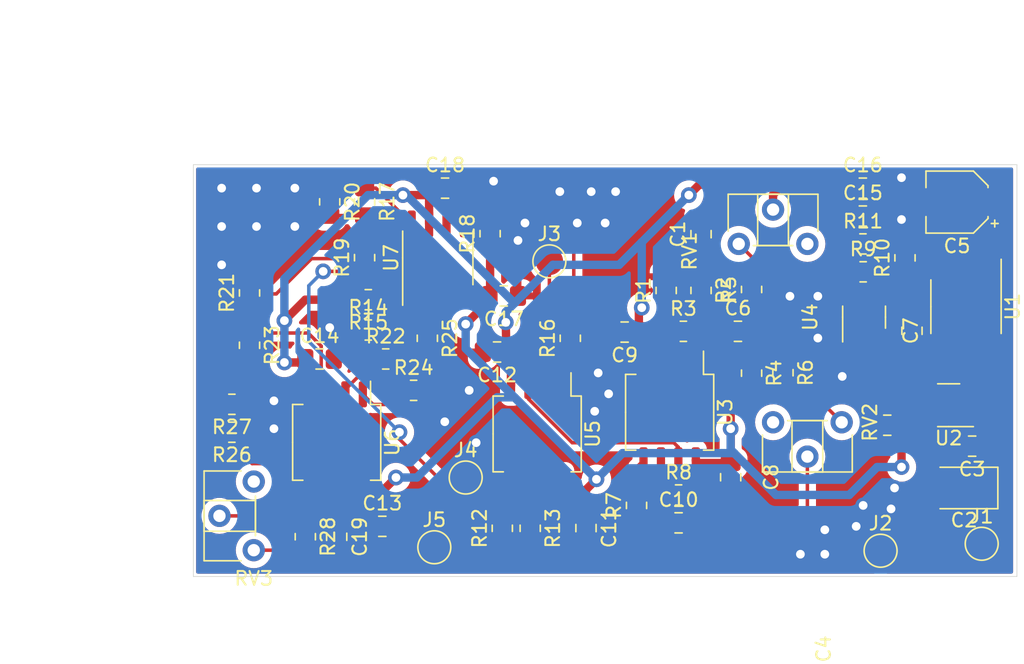
<source format=kicad_pcb>
(kicad_pcb (version 20221018) (generator pcbnew)
  (layers (0 "F.Cu" signal) (31 "B.Cu" signal) (34 "B.Paste" user) (35 "F.Paste" user) (36 "B.SilkS" user "B.Silkscreen") (37 "F.SilkS" user "F.Silkscreen") (38 "B.Mask" user) (39 "F.Mask" user) (44 "Edge.Cuts" user))
  (net 0 "")
  (net 1 "Net-(U3A--)")
  (net 2 "GND")
  (net 3 "+BATT")
  (net 4 "+3.3V")
  (net 5 "Net-(U1-CAP+)")
  (net 6 "Net-(U1-CAP-)")
  (net 7 "Net-(C6-Pad1)")
  (net 8 "Net-(C6-Pad2)")
  (net 9 "Net-(U1-VOUT)")
  (net 10 "-3V3")
  (net 11 "Net-(U3B--)")
  (net 12 "Net-(U5A-+)")
  (net 13 "Net-(U6B--)")
  (net 14 "Net-(J5-Pin_1)")
  (net 15 "Net-(J3-Pin_1)")
  (net 16 "Net-(J4-Pin_1)")
  (net 17 "Net-(U3A-+)")
  (net 18 "Net-(R5-Pad2)")
  (net 19 "Net-(R6-Pad2)")
  (net 20 "Net-(U3B-+)")
  (net 21 "Net-(U4-FB)")
  (net 22 "Net-(U5B--)")
  (net 23 "Net-(R13-Pad2)")
  (net 24 "Net-(U7B-GND)")
  (net 25 "Net-(R16-Pad1)")
  (net 26 "Net-(R16-Pad2)")
  (net 27 "Net-(R17-Pad1)")
  (net 28 "Net-(R17-Pad2)")
  (net 29 "Net-(U7B-VL)")
  (net 30 "Net-(U6A-+)")
  (net 31 "Net-(U6A--)")
  (net 32 "Net-(R24-Pad2)")
  (net 33 "Net-(U6B-+)")
  (net 34 "Net-(R28-Pad2)")
  (footprint "Package_SO:SO-8_5.3x6.2mm_P1.27mm" (layer "F.Cu") (at 138.049 94.615 -90)
    (fp_text reference "U5")
    (fp_text value "TS922")
  )
  (footprint "Capacitor_SMD:C_0805_2012Metric_Pad1.18x1.45mm_HandSolder" (layer "F.Cu") (at 169.738 95.504 180)
    (fp_text reference "C3")
    (fp_text value "47n")
  )
  (footprint "Resistor_SMD:R_0805_2012Metric_Pad1.20x1.40mm_HandSolder" (layer "F.Cu") (at 137.541 101.489 -90)
    (fp_text reference "R13")
    (fp_text value "10k")
  )
  (footprint "Package_TO_SOT_SMD:SOT-23-5" (layer "F.Cu") (at 168.0265 92.522 180)
    (fp_text reference "U2")
    (fp_text value "SPX3819M5-L-3-3")
  )
  (footprint "Capacitor_Tantalum_SMD:CP_EIA-3528-21_Kemet-B" (layer "F.Cu") (at 169.1505 98.552 180)
    (fp_text reference "C2")
    (fp_text value "10u")
  )
  (footprint "TestPoint:TestPoint_Pad_D2.0mm" (layer "F.Cu") (at 163.068 103.124)
    (fp_text reference "J2")
    (fp_text value "gnd")
  )
  (footprint "TestPoint:TestPoint_Pad_D2.0mm" (layer "F.Cu") (at 138.938 82.042)
    (fp_text reference "J3")
    (fp_text value "in_x")
  )
  (footprint "Capacitor_SMD:C_0805_2012Metric_Pad1.18x1.45mm_HandSolder" (layer "F.Cu") (at 144.4205 87.194 180)
    (fp_text reference "C9")
    (fp_text value "100n")
  )
  (footprint "Capacitor_SMD:C_0805_2012Metric_Pad1.18x1.45mm_HandSolder" (layer "F.Cu") (at 152.146 97.7685 -90)
    (fp_text reference "C8")
    (fp_text value "100n")
  )
  (footprint "Package_TO_SOT_SMD:SOT-23-5" (layer "F.Cu") (at 161.864 86.106 90)
    (fp_text reference "U4")
    (fp_text value "TPS72301DBVR")
  )
  (footprint "Capacitor_SMD:C_0805_2012Metric_Pad1.18x1.45mm_HandSolder" (layer "F.Cu") (at 161.7765 78.74)
    (fp_text reference "C15")
    (fp_text value "2.2u")
  )
  (footprint "Potentiometer_THT:Potentiometer_ACP_CA6-H2,5_Horizontal" (layer "F.Cu") (at 152.734 80.772 90)
    (fp_text reference "RV1")
    (fp_text value "25k_pot")
  )
  (footprint "Resistor_SMD:R_0805_2012Metric_Pad1.20x1.40mm_HandSolder" (layer "F.Cu") (at 140.462 87.646 90)
    (fp_text reference "R16")
    (fp_text value "470")
  )
  (footprint "Capacitor_SMD:C_0805_2012Metric_Pad1.18x1.45mm_HandSolder" (layer "F.Cu") (at 135.6145 84.5605 180)
    (fp_text reference "C17")
    (fp_text value "100n")
  )
  (footprint "Capacitor_SMD:C_0805_2012Metric_Pad1.18x1.45mm_HandSolder" (layer "F.Cu") (at 149.987 80.0605 90)
    (fp_text reference "C1")
    (fp_text value "10n")
  )
  (footprint "Capacitor_SMD:C_0805_2012Metric_Pad1.18x1.45mm_HandSolder" (layer "F.Cu") (at 131.3395 76.708)
    (fp_text reference "C18")
    (fp_text value "100n")
  )
  (footprint "Resistor_SMD:R_0805_2012Metric_Pad1.20x1.40mm_HandSolder" (layer "F.Cu") (at 127.016 89.154)
    (fp_text reference "R22")
    (fp_text value "4.7k")
  )
  (footprint "Package_SO:SOIC-8_3.9x4.9mm_P1.27mm" (layer "F.Cu") (at 169.291 85.344 -90)
    (fp_text reference "U1")
    (fp_text value "LMC7660")
  )
  (footprint "Resistor_SMD:R_0805_2012Metric_Pad1.20x1.40mm_HandSolder" (layer "F.Cu") (at 129.048 91.44)
    (fp_text reference "R24")
    (fp_text value "4.7k")
  )
  (footprint "Resistor_SMD:R_0805_2012Metric_Pad1.20x1.40mm_HandSolder" (layer "F.Cu") (at 153.67 84.09 90)
    (fp_text reference "R5")
    (fp_text value "56k")
  )
  (footprint "TestPoint:TestPoint_Pad_D2.0mm" (layer "F.Cu") (at 130.556 102.87)
    (fp_text reference "J5")
    (fp_text value "out")
  )
  (footprint "Capacitor_SMD:C_0805_2012Metric_Pad1.18x1.45mm_HandSolder" (layer "F.Cu") (at 122.1955 89.154)
    (fp_text reference "C14")
    (fp_text value "100n")
  )
  (footprint "Resistor_SMD:R_0805_2012Metric_Pad1.20x1.40mm_HandSolder" (layer "F.Cu") (at 134.62 80.026 90)
    (fp_text reference "R18")
    (fp_text value "0")
  )
  (footprint "Capacitor_SMD:C_0805_2012Metric_Pad1.18x1.45mm_HandSolder" (layer "F.Cu") (at 161.7765 76.708)
    (fp_text reference "C16")
    (fp_text value "10u")
  )
  (footprint "Package_SO:SO-8_5.3x6.2mm_P1.27mm" (layer "F.Cu") (at 123.444 95.2285 -90)
    (fp_text reference "U6")
    (fp_text value "TS922")
  )
  (footprint "Potentiometer_THT:Potentiometer_ACP_CA6-H2,5_Horizontal" (layer "F.Cu") (at 117.403 103.084 180)
    (fp_text reference "RV3")
    (fp_text value "2.5k_pot")
  )
  (footprint "Resistor_SMD:R_0805_2012Metric_Pad1.20x1.40mm_HandSolder" (layer "F.Cu") (at 145.288 99.822 90)
    (fp_text reference "R7")
    (fp_text value "10k")
  )
  (footprint "Resistor_SMD:R_0805_2012Metric_Pad1.20x1.40mm_HandSolder" (layer "F.Cu") (at 153.67 90.186 -90)
    (fp_text reference "R4")
    (fp_text value "68k")
  )
  (footprint "Capacitor_SMD:C_0805_2012Metric_Pad1.18x1.45mm_HandSolder" (layer "F.Cu") (at 135.128 88.646 180)
    (fp_text reference "C12")
    (fp_text value "100n")
  )
  (footprint "Package_SO:SO-8_5.3x6.2mm_P1.27mm" (layer "F.Cu") (at 147.701 93.036 -90)
    (fp_text reference "U3")
    (fp_text value "TS922")
  )
  (footprint "Resistor_SMD:R_0805_2012Metric_Pad1.20x1.40mm_HandSolder" (layer "F.Cu") (at 164.846 81.788 90)
    (fp_text reference "R10")
    (fp_text value "33k")
  )
  (footprint "Capacitor_SMD:C_0805_2012Metric_Pad1.18x1.45mm_HandSolder" (layer "F.Cu") (at 141.605 101.473 -90)
    (fp_text reference "C11")
    (fp_text value "100n")
  )
  (footprint "Resistor_SMD:R_0805_2012Metric_Pad1.20x1.40mm_HandSolder" (layer "F.Cu") (at 125.746 87.043)
    (fp_text reference "R14")
    (fp_text value "0")
  )
  (footprint "Resistor_SMD:R_0805_2012Metric_Pad1.20x1.40mm_HandSolder" (layer "F.Cu") (at 115.808 92.456 180)
    (fp_text reference "R27")
    (fp_text value "4.7k")
  )
  (footprint "Resistor_SMD:R_0805_2012Metric_Pad1.20x1.40mm_HandSolder" (layer "F.Cu") (at 125.476 77.708 -90)
    (fp_text reference "R17")
    (fp_text value "4.7k")
  )
  (footprint "Resistor_SMD:R_0805_2012Metric_Pad1.20x1.40mm_HandSolder" (layer "F.Cu") (at 147.447 84.162 90)
    (fp_text reference "R1")
    (fp_text value "100k")
  )
  (footprint "Resistor_SMD:R_0805_2012Metric_Pad1.20x1.40mm_HandSolder" (layer "F.Cu") (at 130.048 87.646 -90)
    (fp_text reference "R25")
    (fp_text value "4.7k")
  )
  (footprint "Resistor_SMD:R_0805_2012Metric_Pad1.20x1.40mm_HandSolder" (layer "F.Cu") (at 115.808 94.488 180)
    (fp_text reference "R26")
    (fp_text value "4.7k")
  )
  (footprint "Capacitor_SMD:C_0805_2012Metric_Pad1.18x1.45mm_HandSolder" (layer "F.Cu") (at 126.7675 101.346)
    (fp_text reference "C13")
    (fp_text value "100n")
  )
  (footprint "Resistor_SMD:R_0805_2012Metric_Pad1.20x1.40mm_HandSolder" (layer "F.Cu") (at 161.782 80.772)
    (fp_text reference "R11")
    (fp_text value "120k")
  )
  (footprint "Resistor_SMD:R_0805_2012Metric_Pad1.20x1.40mm_HandSolder" (layer "F.Cu") (at 155.956 90.154 -90)
    (fp_text reference "R6")
    (fp_text value "2.2k")
  )
  (footprint "Capacitor_SMD:CP_Elec_4x5.4" (layer "F.Cu") (at 168.634 77.724 180)
    (fp_text reference "C5")
    (fp_text value "10u")
  )
  (footprint "Capacitor_SMD:C_0805_2012Metric_Pad1.18x1.45mm_HandSolder" (layer "F.Cu") (at 163.5545 93.98 180)
    (fp_text reference "C4")
    (fp_text value "10u")
  )
  (footprint "Resistor_SMD:R_0805_2012Metric_Pad1.20x1.40mm_HandSolder" (layer "F.Cu") (at 122.936 77.708 -90)
    (fp_text reference "R20")
    (fp_text value "4.7k")
  )
  (footprint "Resistor_SMD:R_0805_2012Metric_Pad1.20x1.40mm_HandSolder" (layer "F.Cu") (at 117.094 88.154 -90)
    (fp_text reference "R23")
    (fp_text value "4.7k")
  )
  (footprint "Capacitor_SMD:C_0805_2012Metric_Pad1.18x1.45mm_HandSolder" (layer "F.Cu") (at 152.6755 87.138)
    (fp_text reference "C6")
    (fp_text value "100n")
  )
  (footprint "TestPoint:TestPoint_Pad_D2.0mm" (layer "F.Cu") (at 170.434 102.616)
    (fp_text reference "J1")
    (fp_text value "batt+")
  )
  (footprint "Capacitor_SMD:C_0805_2012Metric_Pad1.18x1.45mm_HandSolder" (layer "F.Cu") (at 123.444 102.108 -90)
    (fp_text reference "C19")
    (fp_text value "470n")
  )
  (footprint "Resistor_SMD:R_0805_2012Metric_Pad1.20x1.40mm_HandSolder" (layer "F.Cu") (at 148.352 99.06)
    (fp_text reference "R8")
    (fp_text value "10k")
  )
  (footprint "Resistor_SMD:R_0805_2012Metric_Pad1.20x1.40mm_HandSolder" (layer "F.Cu") (at 121.158 102.1025 -90)
    (fp_text reference "R28")
    (fp_text value "4.7k")
  )
  (footprint "Resistor_SMD:R_0805_2012Metric_Pad1.20x1.40mm_HandSolder" (layer "F.Cu") (at 125.476 81.772 90)
    (fp_text reference "R19")
    (fp_text value "0")
  )
  (footprint "Package_SO:SOIC-8_3.9x4.9mm_P1.27mm" (layer "F.Cu") (at 130.81 81.788 90)
    (fp_text reference "U7")
    (fp_text value "DG419")
  )
  (footprint "Capacitor_SMD:C_0805_2012Metric_Pad1.18x1.45mm_HandSolder" (layer "F.Cu") (at 165.354 87.1005 90)
    (fp_text reference "C7")
    (fp_text value "2.2u")
  )
  (footprint "Potentiometer_THT:Potentiometer_ACP_CA6-H2,5_Horizontal" (layer "F.Cu") (at 160.234 93.766 -90)
    (fp_text reference "RV2")
    (fp_text value "10k_pot")
  )
  (footprint "Resistor_SMD:R_0805_2012Metric_Pad1.20x1.40mm_HandSolder" (layer "F.Cu") (at 161.798 82.804)
    (fp_text reference "R9")
    (fp_text value "120k")
  )
  (footprint "Resistor_SMD:R_0805_2012Metric_Pad1.20x1.40mm_HandSolder" (layer "F.Cu") (at 148.701 87.138)
    (fp_text reference "R3")
    (fp_text value "100k")
  )
  (footprint "Capacitor_SMD:C_0805_2012Metric_Pad1.18x1.45mm_HandSolder" (layer "F.Cu") (at 148.352 101.092)
    (fp_text reference "C10")
    (fp_text value "10n")
  )
  (footprint "TestPoint:TestPoint_Pad_D2.0mm" (layer "F.Cu") (at 132.842 97.79)
    (fp_text reference "J4")
    (fp_text value "in_y")
  )
  (footprint "Resistor_SMD:R_0805_2012Metric_Pad1.20x1.40mm_HandSolder" (layer "F.Cu") (at 135.509 101.489 90)
    (fp_text reference "R12")
    (fp_text value "10k")
  )
  (footprint "Resistor_SMD:R_0805_2012Metric_Pad1.20x1.40mm_HandSolder" (layer "F.Cu") (at 149.987 84.162 -90)
    (fp_text reference "R2")
    (fp_text value "4,7k")
  )
  (footprint "Resistor_SMD:R_0805_2012Metric_Pad1.20x1.40mm_HandSolder" (layer "F.Cu") (at 125.746 84.836 180)
    (fp_text reference "R15")
    (fp_text value "0")
  )
  (footprint "Resistor_SMD:R_0805_2012Metric_Pad1.20x1.40mm_HandSolder" (layer "F.Cu") (at 117.094 84.344 90)
    (fp_text reference "R21")
    (fp_text value "4.7k")
  )
  (gr_line (start 113 105) (end 173 105) (stroke (width 0.05)) (layer "Edge.Cuts"))
  (gr_line (start 173 75) (end 113 75) (stroke (width 0.05)) (layer "Edge.Cuts"))
  (gr_line (start 173 105) (end 173 75) (stroke (width 0.05)) (layer "Edge.Cuts"))
  (gr_line (start 113 75) (end 113 105) (stroke (width 0.05)) (layer "Edge.Cuts"))
  (segment (start 149.987 83.162) (end 149.987 81.098) (width 0.254) (layer "F.Cu") (net 1))
  (segment (start 148.636 89.236) (end 148.636 84.513) (width 0.254) (layer "F.Cu") (net 1))
  (segment (start 148.636 84.513) (end 149.987 83.162) (width 0.254) (layer "F.Cu") (net 1))
  (segment (start 148.336 89.536) (end 148.636 89.236) (width 0.254) (layer "F.Cu") (net 1))
  (via (at 159.004 101.6) (size 1.143) (drill 0.635) (layers "F.Cu" "B.Cu") (net 2))
  (via (at 122.936 86.868) (size 1.143) (drill 0.635) (layers "F.Cu" "B.Cu") (net 2))
  (via (at 156.464 84.582) (size 1.143) (drill 0.635) (layers "F.Cu" "B.Cu") (net 2))
  (via (at 118.872 94.234) (size 1.143) (drill 0.635) (layers "F.Cu" "B.Cu") (net 2))
  (via (at 115.062 76.708) (size 1.143) (drill 0.635) (layers "F.Cu" "B.Cu") (net 2))
  (via (at 141.986 76.962) (size 1.143) (drill 0.635) (layers "F.Cu" "B.Cu") (net 2))
  (via (at 164.592 75.946) (size 1.143) (drill 0.635) (layers "F.Cu" "B.Cu") (net 2))
  (via (at 160.274 90.424) (size 1.143) (drill 0.635) (layers "F.Cu" "B.Cu") (net 2))
  (via (at 158.496 84.582) (size 1.143) (drill 0.635) (layers "F.Cu" "B.Cu") (net 2))
  (via (at 139.7 76.962) (size 1.143) (drill 0.635) (layers "F.Cu" "B.Cu") (net 2))
  (via (at 134.874 76.2) (size 1.143) (drill 0.635) (layers "F.Cu" "B.Cu") (net 2))
  (via (at 164.084 98.552) (size 1.143) (drill 0.635) (layers "F.Cu" "B.Cu") (net 2))
  (via (at 164.592 78.994) (size 1.143) (drill 0.635) (layers "F.Cu" "B.Cu") (net 2))
  (via (at 133.604 95.25) (size 1.143) (drill 0.635) (layers "F.Cu" "B.Cu") (net 2))
  (via (at 159.004 103.378) (size 1.143) (drill 0.635) (layers "F.Cu" "B.Cu") (net 2))
  (via (at 115.062 82.296) (size 1.143) (drill 0.635) (layers "F.Cu" "B.Cu") (net 2))
  (via (at 117.602 76.708) (size 1.143) (drill 0.635) (layers "F.Cu" "B.Cu") (net 2))
  (via (at 140.97 79.248) (size 1.143) (drill 0.635) (layers "F.Cu" "B.Cu") (net 2))
  (via (at 161.798 99.822) (size 1.143) (drill 0.635) (layers "F.Cu" "B.Cu") (net 2))
  (via (at 117.602 79.502) (size 1.143) (drill 0.635) (layers "F.Cu" "B.Cu") (net 2))
  (via (at 142.494 90.17) (size 1.143) (drill 0.635) (layers "F.Cu" "B.Cu") (net 2))
  (via (at 120.396 76.708) (size 1.143) (drill 0.635) (layers "F.Cu" "B.Cu") (net 2))
  (via (at 118.872 92.202) (size 1.143) (drill 0.635) (layers "F.Cu" "B.Cu") (net 2))
  (via (at 143.256 91.694) (size 1.143) (drill 0.635) (layers "F.Cu" "B.Cu") (net 2))
  (via (at 157.226 103.378) (size 1.143) (drill 0.635) (layers "F.Cu" "B.Cu") (net 2))
  (via (at 142.24 92.964) (size 1.143) (drill 0.635) (layers "F.Cu" "B.Cu") (net 2))
  (via (at 161.29 101.346) (size 1.143) (drill 0.635) (layers "F.Cu" "B.Cu") (net 2))
  (via (at 143.002 79.248) (size 1.143) (drill 0.635) (layers "F.Cu" "B.Cu") (net 2))
  (via (at 158.496 87.63) (size 1.143) (drill 0.635) (layers "F.Cu" "B.Cu") (net 2))
  (via (at 137.16 79.248) (size 1.143) (drill 0.635) (layers "F.Cu" "B.Cu") (net 2))
  (via (at 143.764 76.962) (size 1.143) (drill 0.635) (layers "F.Cu" "B.Cu") (net 2))
  (via (at 131.318 93.726) (size 1.143) (drill 0.635) (layers "F.Cu" "B.Cu") (net 2))
  (via (at 115.062 79.502) (size 1.143) (drill 0.635) (layers "F.Cu" "B.Cu") (net 2))
  (via (at 136.652 80.518) (size 1.143) (drill 0.635) (layers "F.Cu" "B.Cu") (net 2))
  (via (at 120.396 79.502) (size 1.143) (drill 0.635) (layers "F.Cu" "B.Cu") (net 2))
  (via (at 133.096 91.44) (size 1.143) (drill 0.635) (layers "F.Cu" "B.Cu") (net 2))
  (via (at 163.83 100.076) (size 1.143) (drill 0.635) (layers "F.Cu" "B.Cu") (net 2))
  (segment (start 170.688 94.996) (end 169.164 93.472) (width 0.6096) (layer "F.Cu") (net 3))
  (segment (start 170.688 95.504) (end 170.688 94.996) (width 0.6096) (layer "F.Cu") (net 3))
  (segment (start 170.688 95.504) (end 170.688 98.552) (width 0.6096) (layer "F.Cu") (net 3))
  (segment (start 171.45 92.964) (end 171.45 88.073) (width 0.6096) (layer "F.Cu") (net 3))
  (segment (start 170.942 93.472) (end 171.45 92.964) (width 0.6096) (layer "F.Cu") (net 3))
  (segment (start 170.434 102.616) (end 170.434 98.806) (width 0.6096) (layer "F.Cu") (net 3))
  (segment (start 171.45 88.073) (end 171.196 87.819) (width 0.6096) (layer "F.Cu") (net 3))
  (segment (start 170.434 98.806) (end 170.688 98.552) (width 0.6096) (layer "F.Cu") (net 3))
  (segment (start 169.164 93.472) (end 170.942 93.472) (width 0.6096) (layer "F.Cu") (net 3))
  (segment (start 152.146 96.731) (end 152.146 92.71) (width 0.6096) (layer "F.Cu") (net 4))
  (segment (start 149.801 96.731) (end 149.606 96.536) (width 0.6096) (layer "F.Cu") (net 4))
  (segment (start 134.2795 84.263) (end 134.577 84.5605) (width 0.6096) (layer "F.Cu") (net 4))
  (segment (start 164.592 97.028) (end 164.592 93.98) (width 0.6096) (layer "F.Cu") (net 4))
  (segment (start 134.577 84.879) (end 132.842 86.614) (width 0.6096) (layer "F.Cu") (net 4))
  (segment (start 126.8235 98.7285) (end 127.762 97.79) (width 0.6096) (layer "F.Cu") (net 4))
  (segment (start 142.367 97.917) (end 141.605 98.679) (width 0.6096) (layer "F.Cu") (net 4))
  (segment (start 152.146 96.731) (end 149.801 96.731) (width 0.6096) (layer "F.Cu") (net 4))
  (segment (start 125.349 98.7285) (end 126.8235 98.7285) (width 0.6096) (layer "F.Cu") (net 4))
  (segment (start 134.62 81.026) (end 134.62 84.5175) (width 0.6096) (layer "F.Cu") (net 4))
  (segment (start 141.605 99.766) (end 139.954 98.115) (width 0.6096) (layer "F.Cu") (net 4))
  (segment (start 152.146 92.71) (end 153.67 91.186) (width 0.6096) (layer "F.Cu") (net 4))
  (segment (start 165.1 93.472) (end 166.889 93.472) (width 0.6096) (layer "F.Cu") (net 4))
  (segment (start 141.605 98.679) (end 141.605 100.4355) (width 0.6096) (layer "F.Cu") (net 4))
  (segment (start 164.592 93.98) (end 165.1 93.472) (width 0.6096) (layer "F.Cu") (net 4))
  (segment (start 125.349 100.965) (end 125.73 101.346) (width 0.6096) (layer "F.Cu") (net 4))
  (segment (start 141.605 100.4355) (end 141.605 99.766) (width 0.6096) (layer "F.Cu") (net 4))
  (segment (start 125.349 98.7285) (end 125.349 100.965) (width 0.6096) (layer "F.Cu") (net 4))
  (segment (start 134.62 84.5175) (end 134.577 84.5605) (width 0.6096) (layer "F.Cu") (net 4))
  (segment (start 134.577 84.5605) (end 134.577 84.879) (width 0.6096) (layer "F.Cu") (net 4))
  (segment (start 132.715 84.263) (end 134.2795 84.263) (width 0.6096) (layer "F.Cu") (net 4))
  (via (at 164.592 97.028) (size 1.143) (drill 0.635) (layers "F.Cu" "B.Cu") (net 4))
  (via (at 152.146 94.234) (size 1.143) (drill 0.635) (layers "F.Cu" "B.Cu") (net 4))
  (via (at 142.367 97.917) (size 1.143) (drill 0.635) (layers "F.Cu" "B.Cu") (net 4))
  (via (at 132.842 86.614) (size 1.143) (drill 0.635) (layers "F.Cu" "B.Cu") (net 4))
  (via (at 127.762 97.79) (size 1.143) (drill 0.635) (layers "F.Cu" "B.Cu") (net 4))
  (segment (start 129.286 97.79) (end 135.128 91.948) (width 0.6096) (layer "B.Cu") (net 4))
  (segment (start 144.272 96.012) (end 152.4 96.012) (width 0.6096) (layer "B.Cu") (net 4))
  (segment (start 135.128 91.948) (end 136.398 91.948) (width 0.6096) (layer "B.Cu") (net 4))
  (segment (start 164.592 97.028) (end 162.814 97.028) (width 0.6096) (layer "B.Cu") (net 4))
  (segment (start 160.782 99.06) (end 155.448 99.06) (width 0.6096) (layer "B.Cu") (net 4))
  (segment (start 136.398 91.948) (end 142.367 97.917) (width 0.6096) (layer "B.Cu") (net 4))
  (segment (start 152.4 96.012) (end 152.146 95.758) (width 0.6096) (layer "B.Cu") (net 4))
  (segment (start 162.814 97.028) (end 160.782 99.06) (width 0.6096) (layer "B.Cu") (net 4))
  (segment (start 142.367 97.917) (end 142.367 98.171) (width 0.6096) (layer "B.Cu") (net 4))
  (segment (start 155.448 99.06) (end 152.4 96.012) (width 0.6096) (layer "B.Cu") (net 4))
  (segment (start 132.842 88.392) (end 132.842 86.614) (width 0.6096) (layer "B.Cu") (net 4))
  (segment (start 127.762 97.79) (end 129.286 97.79) (width 0.6096) (layer "B.Cu") (net 4))
  (segment (start 142.367 97.917) (end 144.272 96.012) (width 0.6096) (layer "B.Cu") (net 4))
  (segment (start 152.146 95.758) (end 152.146 94.234) (width 0.6096) (layer "B.Cu") (net 4))
  (segment (start 142.367 97.917) (end 132.842 88.392) (width 0.6096) (layer "B.Cu") (net 4))
  (segment (start 169.926 82.869) (end 169.926 78.232) (width 0.6096) (layer "F.Cu") (net 5))
  (segment (start 169.926 78.232) (end 170.434 77.724) (width 0.6096) (layer "F.Cu") (net 5))
  (segment (start 167.386 78.276) (end 166.834 77.724) (width 0.6096) (layer "F.Cu") (net 6))
  (segment (start 167.386 82.869) (end 167.386 78.276) (width 0.6096) (layer "F.Cu") (net 6))
  (segment (start 149.701 89.441) (end 149.606 89.536) (width 0.254) (layer "F.Cu") (net 7))
  (segment (start 149.701 87.138) (end 149.701 85.448) (width 0.254) (layer "F.Cu") (net 7))
  (segment (start 149.701 87.138) (end 149.701 89.441) (width 0.254) (layer "F.Cu") (net 7))
  (segment (start 149.701 87.138) (end 151.638 87.138) (width 0.254) (layer "F.Cu") (net 7))
  (segment (start 149.606 87.289) (end 149.701 87.194) (width 0.254) (layer "F.Cu") (net 7))
  (segment (start 149.606 89.536) (end 149.606 87.289) (width 0.254) (layer "F.Cu") (net 7))
  (segment (start 149.701 87.194) (end 149.701 85.448) (width 0.254) (layer "F.Cu") (net 7))
  (segment (start 149.701 85.448) (end 149.987 85.162) (width 0.254) (layer "F.Cu") (net 7))
  (segment (start 153.702 89.154) (end 153.67 89.186) (width 0.254) (layer "F.Cu") (net 8))
  (segment (start 153.67 85.09) (end 153.67 87.095) (width 0.254) (layer "F.Cu") (net 8))
  (segment (start 153.713 89.143) (end 153.67 89.186) (width 0.254) (layer "F.Cu") (net 8))
  (segment (start 155.956 89.154) (end 153.702 89.154) (width 0.254) (layer "F.Cu") (net 8))
  (segment (start 153.67 87.095) (end 153.713 87.138) (width 0.254) (layer "F.Cu") (net 8))
  (segment (start 153.713 87.138) (end 153.713 89.143) (width 0.254) (layer "F.Cu") (net 8))
  (segment (start 160.914 89.161356) (end 161.668644 89.916) (width 0.6096) (layer "F.Cu") (net 9))
  (segment (start 165.354 88.138) (end 167.067 88.138) (width 0.6096) (layer "F.Cu") (net 9))
  (segment (start 160.914 87.2435) (end 160.914 89.161356) (width 0.6096) (layer "F.Cu") (net 9))
  (segment (start 163.576 89.916) (end 165.354 88.138) (width 0.6096) (layer "F.Cu") (net 9))
  (segment (start 161.668644 89.916) (end 163.576 89.916) (width 0.6096) (layer "F.Cu") (net 9))
  (segment (start 167.067 88.138) (end 167.386 87.819) (width 0.6096) (layer "F.Cu") (net 9))
  (segment (start 155.234 77.176) (end 155.956 76.454) (width 0.6096) (layer "F.Cu") (net 10))
  (segment (start 121.158 84.836) (end 124.746 84.836) (width 0.6096) (layer "F.Cu") (net 10))
  (segment (start 160.914 84.9685) (end 160.914 82.92) (width 0.6096) (layer "F.Cu") (net 10))
  (segment (start 130.302 76.962) (end 130.048 77.216) (width 0.6096) (layer "F.Cu") (net 10))
  (segment (start 130.048 77.216) (end 128.27 77.216) (width 0.6096) (layer "F.Cu") (net 10))
  (segment (start 149.098 77.216) (end 149.86 76.454) (width 0.6096) (layer "F.Cu") (net 10))
  (segment (start 160.914 82.92) (end 160.798 82.804) (width 0.6096) (layer "F.Cu") (net 10))
  (segment (start 160.798 80.788) (end 160.782 80.772) (width 0.6096) (layer "F.Cu") (net 10))
  (segment (start 145.458 85.627) (end 145.669 85.416) (width 0.6096) (layer "F.Cu") (net 10))
  (segment (start 160.739 78.74) (end 160.739 76.708) (width 0.6096) (layer "F.Cu") (net 10))
  (segment (start 145.796 87.532) (end 145.458 87.194) (width 0.6096) (layer "F.Cu") (net 10))
  (segment (start 119.634 86.36) (end 121.158 84.836) (width 0.6096) (layer "F.Cu") (net 10))
  (segment (start 160.798 82.804) (end 160.798 80.788) (width 0.6096) (layer "F.Cu") (net 10))
  (segment (start 160.782 80.772) (end 160.782 78.783) (width 0.6096) (layer "F.Cu") (net 10))
  (segment (start 130.175 79.313) (end 130.175 77.089) (width 0.6096) (layer "F.Cu") (net 10))
  (segment (start 135.763 86.487) (end 135.806 88.773) (width 0.6096) (layer "F.Cu") (net 10))
  (segment (start 155.234 78.272) (end 155.234 77.176) (width 0.6096) (layer "F.Cu") (net 10))
  (segment (start 160.485 76.454) (end 160.739 76.708) (width 0.6096) (layer "F.Cu") (net 10))
  (segment (start 136.144 91.115) (end 136.144 89.1755) (width 0.6096) (layer "F.Cu") (net 10))
  (segment (start 160.782 78.783) (end 160.739 78.74) (width 0.6096) (layer "F.Cu") (net 10))
  (segment (start 120.861 89.408) (end 121.539 90.086) (width 0.6096) (layer "F.Cu") (net 10))
  (segment (start 155.956 76.454) (end 160.485 76.454) (width 0.6096) (layer "F.Cu") (net 10))
  (segment (start 119.634 89.408) (end 120.861 89.408) (width 0.6096) (layer "F.Cu") (net 10))
  (segment (start 121.539 90.086) (end 121.539 91.7285) (width 0.6096) (layer "F.Cu") (net 10))
  (segment (start 130.175 77.089) (end 130.302 76.962) (width 0.6096) (layer "F.Cu") (net 10))
  (segment (start 160.782 82.788) (end 160.798 82.804) (width 0.6096) (layer "F.Cu") (net 10))
  (segment (start 136.144 89.1755) (end 135.763 88.7945) (width 0.6096) (layer "F.Cu") (net 10))
  (segment (start 145.796 89.536) (end 145.796 87.532) (width 0.6096) (layer "F.Cu") (net 10))
  (segment (start 145.458 87.194) (end 145.458 85.627) (width 0.6096) (layer "F.Cu") (net 10))
  (segment (start 149.86 76.454) (end 155.956 76.454) (width 0.6096) (layer "F.Cu") (net 10))
  (via (at 128.27 77.216) (size 1.143) (drill 0.635) (layers "F.Cu" "B.Cu") (net 10))
  (via (at 135.763 86.487) (size 1.143) (drill 0.635) (layers "F.Cu" "B.Cu") (net 10))
  (via (at 119.634 86.36) (size 1.143) (drill 0.635) (layers "F.Cu" "B.Cu") (net 10))
  (via (at 119.634 89.408) (size 1.143) (drill 0.635) (layers "F.Cu" "B.Cu") (net 10))
  (via (at 145.669 85.416) (size 1.143) (drill 0.635) (layers "F.Cu" "B.Cu") (net 10))
  (via (at 149.098 77.216) (size 1.143) (drill 0.635) (layers "F.Cu" "B.Cu") (net 10))
  (segment (start 125.73 77.216) (end 119.634 83.312) (width 0.6096) (layer "B.Cu") (net 10))
  (segment (start 136.398 85.09) (end 135.763 85.725) (width 0.6096) (layer "B.Cu") (net 10))
  (segment (start 128.524 77.216) (end 128.27 77.216) (width 0.6096) (layer "B.Cu") (net 10))
  (segment (start 149.098 77.216) (end 145.669 80.645) (width 0.6096) (layer "B.Cu") (net 10))
  (segment (start 128.27 77.216) (end 125.73 77.216) (width 0.6096) (layer "B.Cu") (net 10))
  (segment (start 144.018 82.296) (end 145.669 80.645) (width 0.6096) (layer "B.Cu") (net 10))
  (segment (start 145.669 80.645) (end 145.669 85.416) (width 0.6096) (layer "B.Cu") (net 10))
  (segment (start 135.763 85.725) (end 135.763 86.487) (width 0.6096) (layer "B.Cu") (net 10))
  (segment (start 119.634 83.312) (end 119.634 86.36) (width 0.6096) (layer "B.Cu") (net 10))
  (segment (start 139.192 82.296) (end 136.398 85.09) (width 0.6096) (layer "B.Cu") (net 10))
  (segment (start 136.398 85.09) (end 128.524 77.216) (width 0.6096) (layer "B.Cu") (net 10))
  (segment (start 119.634 86.36) (end 119.634 89.408) (width 0.6096) (layer "B.Cu") (net 10))
  (segment (start 139.192 82.296) (end 144.018 82.296) (width 0.6096) (layer "B.Cu") (net 10))
  (segment (start 157.734 96.266) (end 157.734 100.076) (width 0.254) (layer "F.Cu") (net 11))
  (segment (start 157.734 100.076) (end 155.194 102.616) (width 0.254) (layer "F.Cu") (net 11))
  (segment (start 147.3145 99.0975) (end 147.352 99.06) (width 0.254) (layer "F.Cu") (net 11))
  (segment (start 147.066 98.774) (end 147.352 99.06) (width 0.254) (layer "F.Cu") (net 11))
  (segment (start 147.066 96.536) (end 147.066 98.774) (width 0.254) (layer "F.Cu") (net 11))
  (segment (start 148.8385 102.616) (end 147.3145 101.092) (width 0.254) (layer "F.Cu") (net 11))
  (segment (start 147.3145 101.092) (end 147.3145 99.0975) (width 0.254) (layer "F.Cu") (net 11))
  (segment (start 155.194 102.616) (end 148.8385 102.616) (width 0.254) (layer "F.Cu") (net 11))
  (segment (start 148.336 95.586) (end 148.336 96.536) (width 0.254) (layer "F.Cu") (net 12))
  (segment (start 140.6048 95.2558) (end 148.0058 95.2558) (width 0.254) (layer "F.Cu") (net 12))
  (segment (start 148.0058 95.2558) (end 148.336 95.586) (width 0.254) (layer "F.Cu") (net 12))
  (segment (start 137.414 91.115) (end 137.414 92.065) (width 0.254) (layer "F.Cu") (net 12))
  (segment (start 149.352 99.06) (end 149.352 101.0545) (width 0.254) (layer "F.Cu") (net 12))
  (segment (start 137.414 92.065) (end 140.6048 95.2558) (width 0.254) (layer "F.Cu") (net 12))
  (segment (start 148.336 96.536) (end 148.336 98.044) (width 0.254) (layer "F.Cu") (net 12))
  (segment (start 148.336 98.044) (end 149.352 99.06) (width 0.254) (layer "F.Cu") (net 12))
  (segment (start 149.352 101.0545) (end 149.3895 101.092) (width 0.254) (layer "F.Cu") (net 12))
  (segment (start 121.6122 81.8418) (end 119.0402 84.4138) (width 0.254) (layer "F.Cu") (net 13))
  (segment (start 128.905 85.503) (end 130.048 86.646) (width 0.254) (layer "F.Cu") (net 13))
  (segment (start 119.1768 99.1213) (end 121.158 101.1025) (width 0.254) (layer "F.Cu") (net 13))
  (segment (start 118.364 96.774) (end 119.1768 97.5868) (width 0.254) (layer "F.Cu") (net 13))
  (segment (start 115.824 84.993473) (end 115.824 95.314527) (width 0.254) (layer "F.Cu") (net 13))
  (segment (start 128.905 84.263) (end 128.905 85.503) (width 0.254) (layer "F.Cu") (net 13))
  (segment (start 122.809 100.4355) (end 123.444 101.0705) (width 0.254) (layer "F.Cu") (net 13))
  (segment (start 116.403673 84.4138) (end 115.824 84.993473) (width 0.254) (layer "F.Cu") (net 13))
  (segment (start 121.158 101.1025) (end 123.412 101.1025) (width 0.254) (layer "F.Cu") (net 13))
  (segment (start 122.809 98.7285) (end 122.809 100.4355) (width 0.254) (layer "F.Cu") (net 13))
  (segment (start 123.412 101.1025) (end 123.444 101.0705) (width 0.254) (layer "F.Cu") (net 13))
  (segment (start 117.283473 96.774) (end 118.364 96.774) (width 0.254) (layer "F.Cu") (net 13))
  (segment (start 115.824 95.314527) (end 117.283473 96.774) (width 0.254) (layer "F.Cu") (net 13))
  (segment (start 126.4838 81.8418) (end 121.6122 81.8418) (width 0.254) (layer "F.Cu") (net 13))
  (segment (start 119.1768 97.5868) (end 119.1768 99.1213) (width 0.254) (layer "F.Cu") (net 13))
  (segment (start 128.905 84.263) (end 126.4838 81.8418) (width 0.254) (layer "F.Cu") (net 13))
  (segment (start 119.0402 84.4138) (end 116.403673 84.4138) (width 0.254) (layer "F.Cu") (net 13))
  (segment (start 118.364 100.584) (end 119.888 102.108) (width 0.254) (layer "F.Cu") (net 14))
  (segment (start 124.4992 99.1487) (end 124.079 98.7285) (width 0.254) (layer "F.Cu") (net 14))
  (segment (start 114.903 100.584) (end 118.364 100.584) (width 0.254) (layer "F.Cu") (net 14))
  (segment (start 123.444 103.1455) (end 124.34375 102.24575) (width 0.254) (layer "F.Cu") (net 14))
  (segment (start 119.888 102.108) (end 122.4065 102.108) (width 0.254) (layer "F.Cu") (net 14))
  (segment (start 124.968 102.87) (end 124.34375 102.24575) (width 0.254) (layer "F.Cu") (net 14))
  (segment (start 124.34375 102.24575) (end 124.4992 102.0903) (width 0.254) (layer "F.Cu") (net 14))
  (segment (start 130.556 102.87) (end 124.968 102.87) (width 0.254) (layer "F.Cu") (net 14))
  (segment (start 124.4992 102.0903) (end 124.4992 99.1487) (width 0.254) (layer "F.Cu") (net 14))
  (segment (start 122.4065 102.108) (end 123.444 103.1455) (width 0.254) (layer "F.Cu") (net 14))
  (segment (start 138.938 90.861) (end 138.684 91.115) (width 0.254) (layer "F.Cu") (net 15))
  (segment (start 138.684 91.115) (end 138.7572 91.0418) (width 0.254) (layer "F.Cu") (net 15))
  (segment (start 138.938 82.042) (end 138.938 90.861) (width 0.254) (layer "F.Cu") (net 15))
  (segment (start 136.144 98.115) (end 135.819 97.79) (width 0.254) (layer "F.Cu") (net 16))
  (segment (start 135.819 97.79) (end 132.842 97.79) (width 0.254) (layer "F.Cu") (net 16))
  (segment (start 147.066 87.773) (end 147.701 87.138) (width 0.254) (layer "F.Cu") (net 17))
  (segment (start 147.701 85.416) (end 147.447 85.162) (width 0.254) (layer "F.Cu") (net 17))
  (segment (start 147.701 87.138) (end 147.701 85.416) (width 0.254) (layer "F.Cu") (net 17))
  (segment (start 147.066 89.536) (end 147.066 87.773) (width 0.254) (layer "F.Cu") (net 17))
  (segment (start 153.67 81.708) (end 152.734 80.772) (width 0.254) (layer "F.Cu") (net 18))
  (segment (start 153.67 83.09) (end 153.67 81.708) (width 0.254) (layer "F.Cu") (net 18))
  (segment (start 155.956 91.154) (end 157.622 91.154) (width 0.254) (layer "F.Cu") (net 19))
  (segment (start 157.622 91.154) (end 160.234 93.766) (width 0.254) (layer "F.Cu") (net 19))
  (segment (start 145.288 98.822) (end 145.288 97.044) (width 0.254) (layer "F.Cu") (net 20))
  (segment (start 145.288 97.044) (end 145.796 96.536) (width 0.254) (layer "F.Cu") (net 20))
  (segment (start 162.814 82.788) (end 162.798 82.804) (width 0.6096) (layer "F.Cu") (net 21))
  (segment (start 162.798 84.9525) (end 162.814 84.9685) (width 0.6096) (layer "F.Cu") (net 21))
  (segment (start 162.782 82.788) (end 162.798 82.804) (width 0.6096) (layer "F.Cu") (net 21))
  (segment (start 162.798 82.804) (end 162.798 84.9525) (width 0.6096) (layer "F.Cu") (net 21))
  (segment (start 162.782 80.772) (end 162.782 82.788) (width 0.6096) (layer "F.Cu") (net 21))
  (segment (start 164.846 82.788) (end 162.814 82.788) (width 0.6096) (layer "F.Cu") (net 21))
  (segment (start 137.414 100.362) (end 137.541 100.489) (width 0.254) (layer "F.Cu") (net 22))
  (segment (start 135.509 100.489) (end 137.541 100.489) (width 0.254) (layer "F.Cu") (net 22))
  (segment (start 137.414 98.115) (end 137.414 100.362) (width 0.254) (layer "F.Cu") (net 22))
  (segment (start 138.684 101.092) (end 138.3568 101.4192) (width 0.254) (layer "F.Cu") (net 23))
  (segment (start 138.684 101.346) (end 137.541 102.489) (width 0.254) (layer "F.Cu") (net 23))
  (segment (start 134.4392 101.4192) (end 128.016 94.996) (width 0.254) (layer "F.Cu") (net 23))
  (segment (start 125.73 83.026) (end 125.476 82.772) (width 0.254) (layer "F.Cu") (net 23))
  (segment (start 138.3568 101.4192) (end 134.4392 101.4192) (width 0.254) (layer "F.Cu") (net 23))
  (segment (start 125.476 82.772) (end 122.46 82.772) (width 0.254) (layer "F.Cu") (net 23))
  (segment (start 125.73 89.154) (end 125.73 83.026) (width 0.254) (layer "F.Cu") (net 23))
  (segment (start 128.016 94.996) (end 128.016 94.488) (width 0.254) (layer "F.Cu") (net 23))
  (segment (start 138.684 98.115) (end 138.684 101.092) (width 0.254) (layer "F.Cu") (net 23))
  (segment (start 138.684 101.092) (end 138.684 101.346) (width 0.254) (layer "F.Cu") (net 23))
  (via (at 128.016 94.488) (size 1.143) (drill 0.635) (layers "F.Cu" "B.Cu") (net 23))
  (via (at 122.46 82.772) (size 1.143) (drill 0.635) (layers "F.Cu" "B.Cu") (net 23))
  (segment (start 121.412 83.82) (end 121.412 87.884) (width 0.254) (layer "B.Cu") (net 23))
  (segment (start 121.412 87.884) (end 128.016 94.488) (width 0.254) (layer "B.Cu") (net 23))
  (segment (start 122.46 82.772) (end 121.412 83.82) (width 0.254) (layer "B.Cu") (net 23))
  (segment (start 129.286 87.63) (end 130.684527 87.63) (width 0.254) (layer "F.Cu") (net 24))
  (segment (start 126.746 84.836) (end 126.746 87.043) (width 0.254) (layer "F.Cu") (net 24))
  (segment (start 126.746 84.836) (end 126.746 85.09) (width 0.254) (layer "F.Cu") (net 24))
  (segment (start 130.684527 87.63) (end 131.445 86.869527) (width 0.254) (layer "F.Cu") (net 24))
  (segment (start 126.746 84.836) (end 127.4782 85.5682) (width 0.254) (layer "F.Cu") (net 24))
  (segment (start 126.746 85.09) (end 129.286 87.63) (width 0.254) (layer "F.Cu") (net 24))
  (segment (start 131.445 86.869527) (end 131.445 84.263) (width 0.254) (layer "F.Cu") (net 24))
  (segment (start 140.462 88.646) (end 139.954 89.154) (width 0.254) (layer "F.Cu") (net 25))
  (segment (start 139.954 89.154) (end 139.954 91.115) (width 0.254) (layer "F.Cu") (net 25))
  (segment (start 132.395895 77.978) (end 138.424803 77.978) (width 0.254) (layer "F.Cu") (net 26))
  (segment (start 138.424803 77.978) (end 140.716 80.269197) (width 0.254) (layer "F.Cu") (net 26))
  (segment (start 131.445 79.313) (end 131.445 78.928895) (width 0.254) (layer "F.Cu") (net 26))
  (segment (start 140.716 86.392) (end 140.462 86.646) (width 0.254) (layer "F.Cu") (net 26))
  (segment (start 131.445 78.928895) (end 132.395895 77.978) (width 0.254) (layer "F.Cu") (net 26))
  (segment (start 140.716 80.269197) (end 140.716 86.392) (width 0.254) (layer "F.Cu") (net 26))
  (segment (start 126.3 76.708) (end 128.905 79.313) (width 0.254) (layer "F.Cu") (net 27))
  (segment (start 125.476 76.708) (end 126.3 76.708) (width 0.254) (layer "F.Cu") (net 27))
  (segment (start 122.936 76.708) (end 125.476 76.708) (width 0.254) (layer "F.Cu") (net 27))
  (segment (start 122.936 78.708) (end 125.476 78.708) (width 0.254) (layer "F.Cu") (net 28))
  (segment (start 125.476 80.772) (end 125.476 78.708) (width 0.254) (layer "F.Cu") (net 28))
  (segment (start 132.715 79.313) (end 134.333 79.313) (width 0.6096) (layer "F.Cu") (net 29))
  (segment (start 134.333 79.313) (end 134.62 79.026) (width 0.6096) (layer "F.Cu") (net 29))
  (segment (start 122.3153 91.2348) (end 122.809 91.7285) (width 0.254) (layer "F.Cu") (net 30))
  (segment (start 122.3153 88.213273) (end 122.3153 91.2348) (width 0.254) (layer "F.Cu") (net 30))
  (segment (start 121.363727 87.2617) (end 122.3153 88.213273) (width 0.254) (layer "F.Cu") (net 30))
  (segment (start 117.094 85.344) (end 117.094 87.154) (width 0.254) (layer "F.Cu") (net 30))
  (segment (start 117.2017 87.2617) (end 121.363727 87.2617) (width 0.254) (layer "F.Cu") (net 30))
  (segment (start 117.094 87.154) (end 117.2017 87.2617) (width 0.254) (layer "F.Cu") (net 30))
  (segment (start 128.048 91.44) (end 128.048 89.472) (width 0.254) (layer "F.Cu") (net 31))
  (segment (start 126.6998 90.1842) (end 127.73 89.154) (width 0.254) (layer "F.Cu") (net 31))
  (segment (start 124.079 91.369395) (end 125.264195 90.1842) (width 0.254) (layer "F.Cu") (net 31))
  (segment (start 128.048 89.472) (end 127.73 89.154) (width 0.254) (layer "F.Cu") (net 31))
  (segment (start 125.264195 90.1842) (end 126.6998 90.1842) (width 0.254) (layer "F.Cu") (net 31))
  (segment (start 124.079 91.7285) (end 124.079 91.369395) (width 0.254) (layer "F.Cu") (net 31))
  (segment (start 125.349 91.7285) (end 126.0907 92.4702) (width 0.254) (layer "F.Cu") (net 32))
  (segment (start 129.0178 92.4702) (end 130.048 91.44) (width 0.254) (layer "F.Cu") (net 32))
  (segment (start 126.0907 92.4702) (end 129.0178 92.4702) (width 0.254) (layer "F.Cu") (net 32))
  (segment (start 130.048 88.646) (end 130.048 91.44) (width 0.254) (layer "F.Cu") (net 32))
  (segment (start 119.8105 97.4905) (end 116.808 94.488) (width 0.254) (layer "F.Cu") (net 33))
  (segment (start 119.8105 98.7285) (end 121.539 98.7285) (width 0.254) (layer "F.Cu") (net 33))
  (segment (start 119.8105 98.7285) (end 119.8105 97.4905) (width 0.254) (layer "F.Cu") (net 33))
  (segment (start 119.634 98.552) (end 119.8105 98.7285) (width 0.254) (layer "F.Cu") (net 33))
  (segment (start 116.808 94.488) (end 116.808 92.456) (width 0.254) (layer "F.Cu") (net 33))
  (segment (start 117.403 103.084) (end 121.1395 103.084) (width 0.254) (layer "F.Cu") (net 34))
  (segment (start 121.1395 103.084) (end 121.158 103.1025) (width 0.254) (layer "F.Cu") (net 34))
  (zone (net 2) (net_name "GND") (layer "F.Cu") (priority 1) (connect_pads (clearance 0.5)) (min_thickness 0.25) (fill yes (thermal_gap 0.5) (thermal_bridge_width 0.5))
    (polygon (pts (xy 172.72 104.902) (xy 172.72 75.184) (xy 113.03 75.184) (xy 113.03 104.902)))
  )
  (zone (net 2) (net_name "GND") (layer "B.Cu") (connect_pads (clearance 0.5)) (min_thickness 0.25) (fill yes (thermal_gap 0.5) (thermal_bridge_width 0.5))
    (polygon (pts (xy 172.72 104.902) (xy 172.72 75.184) (xy 113.03 75.184) (xy 113.03 104.902)))
  )
)
</source>
